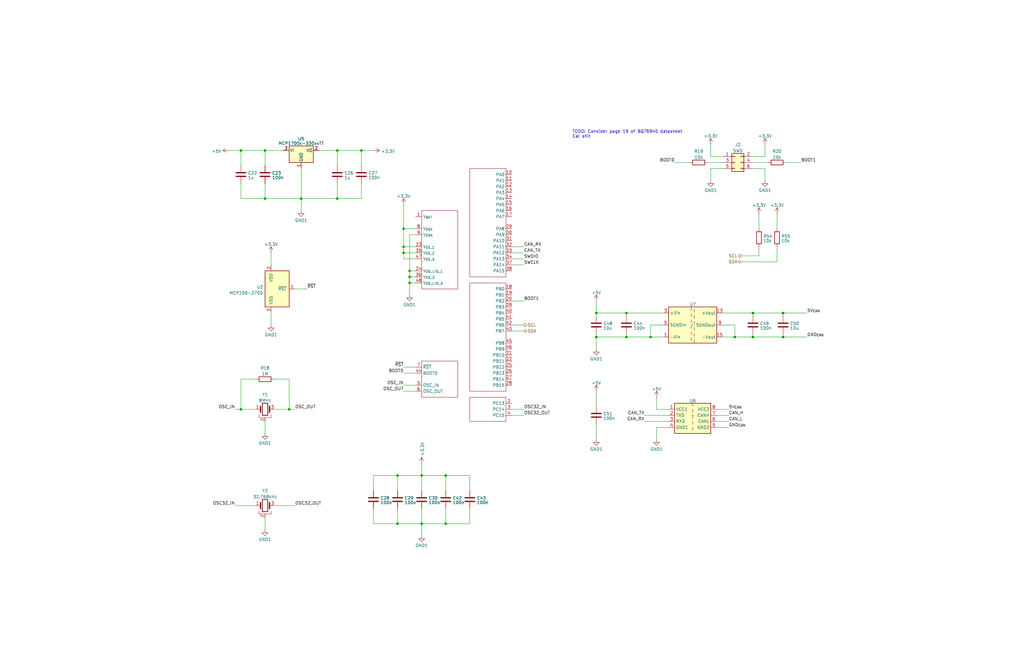
<source format=kicad_sch>
(kicad_sch (version 20230121) (generator eeschema)
  (paper "B")
  (lib_symbols
    (symbol "Connector_Generic:Conn_02x03_Odd_Even" (pin_names (offset 1.016) hide)
      (property "Reference" "J" (at 1.27 5.08 0))
      (property "Value" "Conn_02x03_Odd_Even" (at 1.27 -5.08 0))
      (symbol "Conn_02x03_Odd_Even_1_1"
        (rectangle (start -1.27 -2.413) (end 0 -2.667) (stroke (width 0.1524)))
        (rectangle (start -1.27 0.127) (end 0 -0.127) (stroke (width 0.1524)))
        (rectangle (start -1.27 2.667) (end 0 2.413) (stroke (width 0.1524)))
        (rectangle (start -1.27 3.81) (end 3.81 -3.81) (stroke (width 0.254)) (fill (type background)))
        (rectangle (start 3.81 -2.413) (end 2.54 -2.667) (stroke (width 0.1524)))
        (rectangle (start 3.81 0.127) (end 2.54 -0.127) (stroke (width 0.1524)))
        (rectangle (start 3.81 2.667) (end 2.54 2.413) (stroke (width 0.1524)))
        (pin passive line (at -5.08 2.54 0) (length 3.81) (name "Pin_1") (number "1"))
        (pin passive line (at 7.62 2.54 180) (length 3.81) (name "Pin_2") (number "2"))
        (pin passive line (at -5.08 0 0) (length 3.81) (name "Pin_3") (number "3"))
        (pin passive line (at 7.62 0 180) (length 3.81) (name "Pin_4") (number "4"))
        (pin passive line (at -5.08 -2.54 0) (length 3.81) (name "Pin_5") (number "5"))
        (pin passive line (at 7.62 -2.54 180) (length 3.81) (name "Pin_6") (number "6"))
      )
    )
    (symbol "Device:C" (pin_numbers hide) (pin_names (offset 0.254))
      (property "Reference" "C" (at 0.635 2.54 0))
      (property "Value" "C" (at 0.635 -2.54 0))
      (symbol "C_0_1"
        (polyline (pts (xy -2.032 -0.762) (xy 2.032 -0.762)) (stroke (width 0.508)))
        (polyline (pts (xy -2.032 0.762) (xy 2.032 0.762)) (stroke (width 0.508)))
      )
      (symbol "C_1_1"
        (pin passive line (at 0 3.81 270) (length 2.794) (name "~") (number "1"))
        (pin passive line (at 0 -3.81 90) (length 2.794) (name "~") (number "2"))
      )
    )
    (symbol "Device:Crystal_GND2" (pin_names (offset 1.016) hide)
      (property "Reference" "Y" (at 0 5.715 0))
      (property "Value" "Crystal_GND2" (at 0 3.81 0))
      (symbol "Crystal_GND2_0_1"
        (rectangle (start -1.143 2.54) (end 1.143 -2.54) (stroke (width 0.3048)))
        (polyline (pts (xy -2.54 0) (xy -1.905 0)))
        (polyline (pts (xy -1.905 -1.27) (xy -1.905 1.27)) (stroke (width 0.508)))
        (polyline (pts (xy 0 -3.81) (xy 0 -3.556)))
        (polyline (pts (xy 1.905 0) (xy 2.54 0)))
        (polyline (pts (xy 1.905 1.27) (xy 1.905 -1.27)) (stroke (width 0.508)))
        (polyline (pts (xy -2.54 -2.286) (xy -2.54 -3.556) (xy 2.54 -3.556) (xy 2.54 -2.286)))
      )
      (symbol "Crystal_GND2_1_1"
        (pin passive line (at -3.81 0 0) (length 1.27) (name "1") (number "1"))
        (pin passive line (at 0 -5.08 90) (length 1.27) (name "2") (number "2"))
        (pin passive line (at 3.81 0 180) (length 1.27) (name "3") (number "3"))
      )
    )
    (symbol "Device:R" (pin_numbers hide) (pin_names (offset 0))
      (property "Reference" "R" (at 2.032 0 90))
      (property "Value" "R" (at 0 0 90))
      (symbol "R_0_1"
        (rectangle (start -1.016 -2.54) (end 1.016 2.54) (stroke (width 0.254)))
      )
      (symbol "R_1_1"
        (pin passive line (at 0 3.81 270) (length 1.27) (name "~") (number "1"))
        (pin passive line (at 0 -3.81 90) (length 1.27) (name "~") (number "2"))
      )
    )
    (symbol "Power_Supervisor:MCP100-270D" (pin_names (offset 1.016))
      (property "Reference" "U" (at 0 8.89 0))
      (property "Value" "MCP100-270D" (at -1.27 -8.89 0))
      (symbol "MCP100-270D_1_1"
        (rectangle (start -5.08 7.62) (end 5.08 -7.62) (stroke (width 0.254)) (fill (type background)))
        (pin output line (at 7.62 0 180) (length 2.54) (name "~{RST}") (number "1"))
        (pin power_in line (at -2.54 10.16 270) (length 2.54) (name "VDD") (number "2"))
        (pin power_in line (at -2.54 -10.16 90) (length 2.54) (name "VSS") (number "3"))
      )
    )
    (symbol "Regulator_Linear:MCP1700x-330xxTT" (pin_names (offset 0.254))
      (property "Reference" "U" (at -3.81 3.175 0))
      (property "Value" "MCP1700x-330xxTT" (at 0 3.175 0))
      (symbol "MCP1700x-330xxTT_0_1"
        (rectangle (start -5.08 1.905) (end 5.08 -5.08) (stroke (width 0.254)) (fill (type background)))
      )
      (symbol "MCP1700x-330xxTT_1_1"
        (pin power_in line (at 0 -7.62 90) (length 2.54) (name "GND") (number "1"))
        (pin power_out line (at 7.62 0 180) (length 2.54) (name "VO") (number "2"))
        (pin power_in line (at -7.62 0 0) (length 2.54) (name "VI") (number "3"))
      )
    )
    (symbol "power:+3.3V" (power) (pin_names (offset 0))
      (property "Value" "+3.3V" (at 0 3.556 0))
      (symbol "+3.3V_0_1"
        (polyline (pts (xy -0.762 1.27) (xy 0 2.54)))
        (polyline (pts (xy 0 0) (xy 0 2.54)))
        (polyline (pts (xy 0 2.54) (xy 0.762 1.27)))
      )
      (symbol "+3.3V_1_1"
        (pin power_in line (at 0 0 90) (length 0) hide (name "+3.3V") (number "1"))
      )
    )
    (symbol "power:+5V" (power) (pin_names (offset 0))
      (property "Value" "+5V" (at 0 3.556 0))
      (symbol "+5V_0_1"
        (polyline (pts (xy -0.762 1.27) (xy 0 2.54)))
        (polyline (pts (xy 0 0) (xy 0 2.54)))
        (polyline (pts (xy 0 2.54) (xy 0.762 1.27)))
      )
      (symbol "+5V_1_1"
        (pin power_in line (at 0 0 90) (length 0) hide (name "+5V") (number "1"))
      )
    )
    (symbol "power:GND1" (power) (pin_names (offset 0))
      (property "Value" "GND1" (at 0 -3.81 0))
      (symbol "GND1_0_1"
        (polyline (pts (xy 0 0) (xy 0 -1.27) (xy 1.27 -1.27) (xy 0 -2.54) (xy -1.27 -1.27) (xy 0 -1.27)))
      )
      (symbol "GND1_1_1"
        (pin power_in line (at 0 0 270) (length 0) hide (name "GND1") (number "1"))
      )
    )
    (symbol "qtech:CH32V203CxT6"
      (symbol "CH32V203CxT6_1_1"
        (rectangle (start -7.62 22.86) (end 7.62 -22.86) (stroke (width 0.1524)))
        (pin input line (at 10.16 20.32 180) (length 2.54) (name "PA0") (number "10"))
        (pin input line (at 10.16 17.78 180) (length 2.54) (name "PA1") (number "11"))
        (pin input line (at 10.16 15.24 180) (length 2.54) (name "PA2") (number "12"))
        (pin input line (at 10.16 12.7 180) (length 2.54) (name "PA3") (number "13"))
        (pin input line (at 10.16 10.16 180) (length 2.54) (name "PA4") (number "14"))
        (pin input line (at 10.16 7.62 180) (length 2.54) (name "PA5") (number "15"))
        (pin input line (at 10.16 5.08 180) (length 2.54) (name "PA6") (number "16"))
        (pin input line (at 10.16 2.54 180) (length 2.54) (name "PA7") (number "17"))
        (pin input line (at 10.16 -2.54 180) (length 2.54) (name "PA8") (number "29"))
        (pin input line (at 10.16 -5.08 180) (length 2.54) (name "PA9") (number "30"))
        (pin input line (at 10.16 -7.62 180) (length 2.54) (name "PA10") (number "31"))
        (pin input line (at 10.16 -10.16 180) (length 2.54) (name "PA11") (number "32"))
        (pin input line (at 10.16 -12.7 180) (length 2.54) (name "PA12") (number "33"))
        (pin input line (at 10.16 -15.24 180) (length 2.54) (name "PA13") (number "34"))
        (pin input line (at 10.16 -17.78 180) (length 2.54) (name "PA14") (number "37"))
        (pin input line (at 10.16 -20.32 180) (length 2.54) (name "PA15") (number "38"))
      )
      (symbol "CH32V203CxT6_2_1"
        (rectangle (start -7.62 22.86) (end 7.62 -22.86) (stroke (width 0.1524)))
        (pin input line (at 10.16 20.32 180) (length 2.54) (name "PB0") (number "18"))
        (pin input line (at 10.16 17.78 180) (length 2.54) (name "PB1") (number "19"))
        (pin input line (at 10.16 15.24 180) (length 2.54) (name "PB2") (number "20"))
        (pin input line (at 10.16 -7.62 180) (length 2.54) (name "PB10") (number "21"))
        (pin input line (at 10.16 -10.16 180) (length 2.54) (name "PB11") (number "22"))
        (pin input line (at 10.16 -12.7 180) (length 2.54) (name "PB12") (number "25"))
        (pin input line (at 10.16 -15.24 180) (length 2.54) (name "PB13") (number "26"))
        (pin input line (at 10.16 -17.78 180) (length 2.54) (name "PB14") (number "27"))
        (pin input line (at 10.16 -20.32 180) (length 2.54) (name "PB15") (number "28"))
        (pin input line (at 10.16 12.7 180) (length 2.54) (name "PB3") (number "39"))
        (pin input line (at 10.16 10.16 180) (length 2.54) (name "PB4") (number "40"))
        (pin input line (at 10.16 7.62 180) (length 2.54) (name "PB5") (number "41"))
        (pin input line (at 10.16 5.08 180) (length 2.54) (name "PB6") (number "42"))
        (pin input line (at 10.16 2.54 180) (length 2.54) (name "PB7") (number "43"))
        (pin input line (at 10.16 -2.54 180) (length 2.54) (name "PB8") (number "45"))
        (pin input line (at 10.16 -5.08 180) (length 2.54) (name "PB9") (number "46"))
      )
      (symbol "CH32V203CxT6_3_1"
        (rectangle (start -7.62 5.08) (end 7.62 -5.08) (stroke (width 0.1524)))
        (pin input line (at 10.16 2.54 180) (length 2.54) (name "PC13") (number "2"))
        (pin input line (at 10.16 0 180) (length 2.54) (name "PC14") (number "3"))
        (pin input line (at 10.16 -2.54 180) (length 2.54) (name "PC15") (number "4"))
      )
      (symbol "CH32V203CxT6_4_1"
        (rectangle (start -7.62 7.62) (end 7.62 -7.62) (stroke (width 0.1524)))
        (pin input line (at -10.16 2.54 0) (length 2.54) (name "BOOT0") (number "44"))
        (pin input line (at -10.16 -2.54 0) (length 2.54) (name "OSC_IN") (number "5"))
        (pin input line (at -10.16 -5.08 0) (length 2.54) (name "OSC_OUT") (number "6"))
        (pin input line (at -10.16 5.08 0) (length 2.54) (name "~{RST}") (number "7"))
      )
      (symbol "CH32V203CxT6_5_1"
        (rectangle (start -7.62 17.78) (end 7.62 -15.24) (stroke (width 0.1524)))
        (pin input line (at -10.16 15.24 0) (length 2.54) (name "V_{BAT}") (number "1"))
        (pin input line (at -10.16 2.54 0) (length 2.54) (name "V_{SS_1}") (number "23"))
        (pin input line (at -10.16 -7.62 0) (length 2.54) (name "V_{DD_I/O_1}") (number "24"))
        (pin input line (at -10.16 0 0) (length 2.54) (name "V_{SS_2}") (number "35"))
        (pin input line (at -10.16 -10.16 0) (length 2.54) (name "V_{DD_2}") (number "36"))
        (pin input line (at -10.16 -2.54 0) (length 2.54) (name "V_{SS_3}") (number "47"))
        (pin input line (at -10.16 -12.7 0) (length 2.54) (name "V_{DD_I/O_3}") (number "48"))
        (pin input line (at -10.16 10.16 0) (length 2.54) (name "V_{SSA}") (number "8"))
        (pin input line (at -10.16 7.62 0) (length 2.54) (name "V_{DDA}") (number "9"))
      )
    )
    (symbol "qtech:ISO1044"
      (property "Reference" "U" (at -6.35 6.35 0))
      (symbol "ISO1044_0_1"
        (rectangle (start -7.62 5.08) (end 7.62 -7.62) (stroke (width 0.254)) (fill (type background)))
        (polyline (pts (xy 0 -5.08) (xy 0 -6.35)))
        (polyline (pts (xy 0 -2.54) (xy 0 -3.81)))
        (polyline (pts (xy 0 0) (xy 0 -1.27)))
        (polyline (pts (xy 0 2.54) (xy 0 1.27)))
        (polyline (pts (xy 0 5.08) (xy 0 3.81)))
      )
      (symbol "ISO1044_1_1"
        (pin power_in line (at -10.16 2.54 0) (length 2.54) (name "VCC1") (number "1"))
        (pin input line (at -10.16 0 0) (length 2.54) (name "TXD") (number "2"))
        (pin output line (at -10.16 -2.54 0) (length 2.54) (name "RXD") (number "3"))
        (pin power_in line (at -10.16 -5.08 0) (length 2.54) (name "GND1") (number "4"))
        (pin power_in line (at 10.16 -5.08 180) (length 2.54) (name "GND2") (number "5"))
        (pin bidirectional line (at 10.16 -2.54 180) (length 2.54) (name "CANL") (number "6"))
        (pin bidirectional line (at 10.16 0 180) (length 2.54) (name "CANH") (number "7"))
        (pin power_in line (at 10.16 2.54 180) (length 2.54) (name "VCC2") (number "8"))
      )
    )
    (symbol "qtech:RxxCTExxS"
      (property "Reference" "U" (at -8.89 8.89 0))
      (symbol "RxxCTExxS_0_1"
        (rectangle (start -10.16 7.62) (end 10.16 -7.62) (stroke (width 0.254)) (fill (type background)))
        (polyline (pts (xy -0.635 -5.334) (xy -0.635 -6.604)))
        (polyline (pts (xy -0.635 -2.794) (xy -0.635 -4.064)))
        (polyline (pts (xy -0.635 -0.254) (xy -0.635 -1.524)))
        (polyline (pts (xy -0.635 2.286) (xy -0.635 1.016)))
        (polyline (pts (xy -0.635 4.826) (xy -0.635 3.556)))
        (polyline (pts (xy -0.635 7.366) (xy -0.635 6.096)))
        (polyline (pts (xy 0.635 -7.366) (xy 0.635 -6.096)))
        (polyline (pts (xy 0.635 -4.826) (xy 0.635 -3.556)))
        (polyline (pts (xy 0.635 -2.286) (xy 0.635 -1.016)))
        (polyline (pts (xy 0.635 0.254) (xy 0.635 1.524)))
        (polyline (pts (xy 0.635 2.794) (xy 0.635 4.064)))
        (polyline (pts (xy 0.635 5.334) (xy 0.635 6.604)))
      )
      (symbol "RxxCTExxS_1_1"
        (pin power_in line (at -12.7 -5.08 0) (length 2.54) (name "-Vin") (number "1"))
        (pin no_connect line (at 12.7 12.7 180) (length 2.54) hide (name "TM") (number "10"))
        (pin unspecified line (at 12.7 0 180) (length 2.54) hide (name "SGNDout") (number "11"))
        (pin unspecified line (at 12.7 0 180) (length 2.54) hide (name "SGNDout") (number "12"))
        (pin power_out line (at 12.7 5.08 180) (length 2.54) (name "+Vout") (number "13"))
        (pin unspecified line (at 12.7 5.08 180) (length 2.54) hide (name "+Vout") (number "14"))
        (pin power_out line (at 12.7 -5.08 180) (length 2.54) (name "-Vout") (number "15"))
        (pin unspecified line (at 12.7 -5.08 180) (length 2.54) hide (name "-Vout") (number "16"))
        (pin power_in line (at -12.7 -5.08 0) (length 2.54) hide (name "-Vin") (number "2"))
        (pin power_in line (at -12.7 5.08 0) (length 2.54) (name "+Vin") (number "3"))
        (pin power_in line (at -12.7 5.08 0) (length 2.54) hide (name "+Vin") (number "4"))
        (pin power_in line (at -12.7 0 0) (length 2.54) (name "SGNDin") (number "5"))
        (pin unspecified line (at -12.7 0 0) (length 2.54) hide (name "SGNDin") (number "6"))
        (pin unspecified line (at -12.7 0 0) (length 2.54) hide (name "SGNDin") (number "7"))
        (pin unspecified line (at -12.7 0 0) (length 2.54) hide (name "SGNDin") (number "8"))
        (pin power_out line (at 12.7 0 180) (length 2.54) (name "SGNDout") (number "9"))
      )
    )
  )
  (junction (at 127 83.82))
  (junction (at 309.88 142.24))
  (junction (at 177.8 220.98))
  (junction (at 264.16 142.24))
  (junction (at 142.24 63.5))
  (junction (at 172.72 116.84))
  (junction (at 264.16 132.08))
  (junction (at 251.46 132.08))
  (junction (at 330.2 142.24))
  (junction (at 330.2 132.08))
  (junction (at 170.18 104.14))
  (junction (at 187.96 220.98))
  (junction (at 317.5 132.08))
  (junction (at 177.8 200.66))
  (junction (at 167.64 220.98))
  (junction (at 142.24 83.82))
  (junction (at 170.18 96.52))
  (junction (at 152.4 63.5))
  (junction (at 172.72 119.38))
  (junction (at 111.76 83.82))
  (junction (at 101.6 63.5))
  (junction (at 111.76 63.5))
  (junction (at 101.6 172.72))
  (junction (at 317.5 142.24))
  (junction (at 172.72 114.3))
  (junction (at 121.92 172.72))
  (junction (at 167.64 200.66))
  (junction (at 251.46 142.24))
  (junction (at 187.96 200.66))
  (junction (at 170.18 106.68))
  (junction (at 274.32 142.24))
  (wire (pts (xy 152.4 69.85) (xy 152.4 63.5)))
  (wire (pts (xy 317.5 142.24) (xy 330.2 142.24)))
  (wire (pts (xy 115.57 213.36) (xy 124.46 213.36)))
  (wire (pts (xy 142.24 77.47) (xy 142.24 83.82)))
  (wire (pts (xy 309.88 137.16) (xy 309.88 142.24)))
  (wire (pts (xy 299.72 60.96) (xy 299.72 66.04)))
  (wire (pts (xy 304.8 142.24) (xy 309.88 142.24)))
  (wire (pts (xy 187.96 220.98) (xy 187.96 214.63)))
  (wire (pts (xy 281.94 177.8) (xy 271.78 177.8)))
  (wire (pts (xy 302.26 172.72) (xy 307.34 172.72)))
  (wire (pts (xy 317.5 132.08) (xy 330.2 132.08)))
  (wire (pts (xy 115.57 172.72) (xy 121.92 172.72)))
  (wire (pts (xy 327.66 90.17) (xy 327.66 96.52)))
  (wire (pts (xy 281.94 175.26) (xy 271.78 175.26)))
  (wire (pts (xy 198.12 220.98) (xy 198.12 214.63)))
  (wire (pts (xy 327.66 104.14) (xy 327.66 110.49)))
  (wire (pts (xy 172.72 119.38) (xy 172.72 116.84)))
  (wire (pts (xy 279.4 137.16) (xy 274.32 137.16)))
  (wire (pts (xy 312.42 110.49) (xy 327.66 110.49)))
  (wire (pts (xy 220.98 172.72) (xy 215.9 172.72)))
  (wire (pts (xy 309.88 142.24) (xy 317.5 142.24)))
  (wire (pts (xy 170.18 165.1) (xy 175.26 165.1)))
  (wire (pts (xy 172.72 116.84) (xy 175.26 116.84)))
  (wire (pts (xy 298.45 68.58) (xy 304.8 68.58)))
  (wire (pts (xy 304.8 132.08) (xy 317.5 132.08)))
  (wire (pts (xy 111.76 63.5) (xy 119.38 63.5)))
  (wire (pts (xy 337.82 68.58) (xy 331.47 68.58)))
  (wire (pts (xy 170.18 96.52) (xy 170.18 104.14)))
  (wire (pts (xy 152.4 83.82) (xy 152.4 77.47)))
  (wire (pts (xy 167.64 200.66) (xy 167.64 207.01)))
  (wire (pts (xy 167.64 214.63) (xy 167.64 220.98)))
  (wire (pts (xy 304.8 66.04) (xy 299.72 66.04)))
  (wire (pts (xy 111.76 63.5) (xy 111.76 69.85)))
  (wire (pts (xy 198.12 200.66) (xy 187.96 200.66)))
  (wire (pts (xy 172.72 114.3) (xy 175.26 114.3)))
  (wire (pts (xy 170.18 157.48) (xy 175.26 157.48)))
  (wire (pts (xy 170.18 104.14) (xy 170.18 106.68)))
  (wire (pts (xy 302.26 177.8) (xy 307.34 177.8)))
  (wire (pts (xy 157.48 214.63) (xy 157.48 220.98)))
  (wire (pts (xy 170.18 162.56) (xy 175.26 162.56)))
  (wire (pts (xy 251.46 165.1) (xy 251.46 171.45)))
  (wire (pts (xy 317.5 132.08) (xy 317.5 133.35)))
  (wire (pts (xy 330.2 140.97) (xy 330.2 142.24)))
  (wire (pts (xy 101.6 77.47) (xy 101.6 83.82)))
  (wire (pts (xy 172.72 99.06) (xy 175.26 99.06)))
  (wire (pts (xy 177.8 220.98) (xy 177.8 226.06)))
  (wire (pts (xy 99.06 213.36) (xy 107.95 213.36)))
  (wire (pts (xy 330.2 132.08) (xy 330.2 133.35)))
  (wire (pts (xy 251.46 127) (xy 251.46 132.08)))
  (wire (pts (xy 114.3 106.68) (xy 114.3 111.76)))
  (wire (pts (xy 276.86 180.34) (xy 281.94 180.34)))
  (wire (pts (xy 187.96 220.98) (xy 198.12 220.98)))
  (wire (pts (xy 101.6 172.72) (xy 107.95 172.72)))
  (wire (pts (xy 215.9 137.16) (xy 220.98 137.16)))
  (wire (pts (xy 167.64 220.98) (xy 177.8 220.98)))
  (wire (pts (xy 172.72 119.38) (xy 172.72 124.46)))
  (wire (pts (xy 101.6 172.72) (xy 101.6 160.02)))
  (wire (pts (xy 121.92 172.72) (xy 124.46 172.72)))
  (wire (pts (xy 276.86 185.42) (xy 276.86 180.34)))
  (wire (pts (xy 172.72 114.3) (xy 172.72 99.06)))
  (wire (pts (xy 167.64 200.66) (xy 177.8 200.66)))
  (wire (pts (xy 264.16 132.08) (xy 264.16 133.35)))
  (wire (pts (xy 177.8 214.63) (xy 177.8 220.98)))
  (wire (pts (xy 152.4 63.5) (xy 157.48 63.5)))
  (wire (pts (xy 111.76 77.47) (xy 111.76 83.82)))
  (wire (pts (xy 157.48 200.66) (xy 157.48 207.01)))
  (wire (pts (xy 317.5 66.04) (xy 322.58 66.04)))
  (wire (pts (xy 198.12 207.01) (xy 198.12 200.66)))
  (wire (pts (xy 302.26 180.34) (xy 307.34 180.34)))
  (wire (pts (xy 96.52 63.5) (xy 101.6 63.5)))
  (wire (pts (xy 220.98 127) (xy 215.9 127)))
  (wire (pts (xy 215.9 104.14) (xy 220.98 104.14)))
  (wire (pts (xy 101.6 63.5) (xy 101.6 69.85)))
  (wire (pts (xy 177.8 220.98) (xy 187.96 220.98)))
  (wire (pts (xy 142.24 63.5) (xy 152.4 63.5)))
  (wire (pts (xy 111.76 218.44) (xy 111.76 223.52)))
  (wire (pts (xy 215.9 111.76) (xy 220.98 111.76)))
  (wire (pts (xy 299.72 71.12) (xy 299.72 76.2)))
  (wire (pts (xy 170.18 106.68) (xy 170.18 109.22)))
  (wire (pts (xy 251.46 140.97) (xy 251.46 142.24)))
  (wire (pts (xy 330.2 132.08) (xy 340.36 132.08)))
  (wire (pts (xy 317.5 140.97) (xy 317.5 142.24)))
  (wire (pts (xy 170.18 96.52) (xy 175.26 96.52)))
  (wire (pts (xy 251.46 132.08) (xy 264.16 132.08)))
  (wire (pts (xy 264.16 140.97) (xy 264.16 142.24)))
  (wire (pts (xy 220.98 175.26) (xy 215.9 175.26)))
  (wire (pts (xy 317.5 71.12) (xy 322.58 71.12)))
  (wire (pts (xy 323.85 68.58) (xy 317.5 68.58)))
  (wire (pts (xy 274.32 137.16) (xy 274.32 142.24)))
  (wire (pts (xy 279.4 132.08) (xy 264.16 132.08)))
  (wire (pts (xy 304.8 71.12) (xy 299.72 71.12)))
  (wire (pts (xy 274.32 142.24) (xy 279.4 142.24)))
  (wire (pts (xy 251.46 142.24) (xy 264.16 142.24)))
  (wire (pts (xy 99.06 172.72) (xy 101.6 172.72)))
  (wire (pts (xy 251.46 179.07) (xy 251.46 185.42)))
  (wire (pts (xy 167.64 200.66) (xy 157.48 200.66)))
  (wire (pts (xy 177.8 200.66) (xy 177.8 207.01)))
  (wire (pts (xy 304.8 137.16) (xy 309.88 137.16)))
  (wire (pts (xy 124.46 121.92) (xy 129.54 121.92)))
  (wire (pts (xy 187.96 207.01) (xy 187.96 200.66)))
  (wire (pts (xy 175.26 154.94) (xy 170.18 154.94)))
  (wire (pts (xy 101.6 63.5) (xy 111.76 63.5)))
  (wire (pts (xy 320.04 104.14) (xy 320.04 107.95)))
  (wire (pts (xy 276.86 172.72) (xy 281.94 172.72)))
  (wire (pts (xy 284.48 68.58) (xy 290.83 68.58)))
  (wire (pts (xy 142.24 63.5) (xy 142.24 69.85)))
  (wire (pts (xy 127 83.82) (xy 142.24 83.82)))
  (wire (pts (xy 215.9 139.7) (xy 220.98 139.7)))
  (wire (pts (xy 142.24 83.82) (xy 152.4 83.82)))
  (wire (pts (xy 251.46 142.24) (xy 251.46 147.32)))
  (wire (pts (xy 215.9 106.68) (xy 220.98 106.68)))
  (wire (pts (xy 322.58 71.12) (xy 322.58 76.2)))
  (wire (pts (xy 115.57 160.02) (xy 121.92 160.02)))
  (wire (pts (xy 111.76 83.82) (xy 127 83.82)))
  (wire (pts (xy 274.32 142.24) (xy 264.16 142.24)))
  (wire (pts (xy 251.46 132.08) (xy 251.46 133.35)))
  (wire (pts (xy 170.18 106.68) (xy 175.26 106.68)))
  (wire (pts (xy 101.6 83.82) (xy 111.76 83.82)))
  (wire (pts (xy 276.86 167.64) (xy 276.86 172.72)))
  (wire (pts (xy 170.18 109.22) (xy 175.26 109.22)))
  (wire (pts (xy 215.9 109.22) (xy 220.98 109.22)))
  (wire (pts (xy 330.2 142.24) (xy 340.36 142.24)))
  (wire (pts (xy 134.62 63.5) (xy 142.24 63.5)))
  (wire (pts (xy 172.72 116.84) (xy 172.72 114.3)))
  (wire (pts (xy 157.48 220.98) (xy 167.64 220.98)))
  (wire (pts (xy 302.26 175.26) (xy 307.34 175.26)))
  (wire (pts (xy 114.3 132.08) (xy 114.3 137.16)))
  (wire (pts (xy 121.92 160.02) (xy 121.92 172.72)))
  (wire (pts (xy 187.96 200.66) (xy 177.8 200.66)))
  (wire (pts (xy 111.76 177.8) (xy 111.76 182.88)))
  (wire (pts (xy 322.58 60.96) (xy 322.58 66.04)))
  (wire (pts (xy 170.18 86.36) (xy 170.18 96.52)))
  (wire (pts (xy 127 83.82) (xy 127 88.9)))
  (wire (pts (xy 312.42 107.95) (xy 320.04 107.95)))
  (wire (pts (xy 101.6 160.02) (xy 107.95 160.02)))
  (wire (pts (xy 320.04 90.17) (xy 320.04 96.52)))
  (wire (pts (xy 170.18 104.14) (xy 175.26 104.14)))
  (wire (pts (xy 172.72 119.38) (xy 175.26 119.38)))
  (wire (pts (xy 177.8 195.58) (xy 177.8 200.66)))
  (wire (pts (xy 127 71.12) (xy 127 83.82)))
  (text "TODO: Consider page 19 of BQ76940 datasheet\nCal shit" (at 241.3 58.42 0) (effects (font (size 1.27 1.27)) (justify left bottom)))
  (label "OSC32_IN" (at 99.06 213.36 180))
  (label "OSC32_OUT" (at 124.46 213.36 0))
  (label "5V_{CAN}" (at 340.36 132.08 0))
  (label "OSC_IN" (at 170.18 162.56 180))
  (label "OSC_IN" (at 99.06 172.72 180))
  (label "CAN_H" (at 307.34 175.26 0))
  (label "5V_{CAN}" (at 307.34 172.72 0))
  (label "OSC_OUT" (at 170.18 165.1 180))
  (label "CAN_RX" (at 271.78 177.8 180))
  (label "SWCLK" (at 220.98 111.76 0))
  (label "BOOT1" (at 220.98 127 0))
  (label "OSC32_OUT" (at 220.98 175.26 0))
  (label "~{RST}" (at 170.18 154.94 180))
  (label "~{RST}" (at 129.54 121.92 0))
  (label "GND_{CAN}" (at 340.36 142.24 0))
  (label "BOOT1" (at 337.82 68.58 0))
  (label "BOOT0" (at 170.18 157.48 180))
  (label "SWDIO" (at 220.98 109.22 0))
  (label "BOOT0" (at 284.48 68.58 180))
  (label "OSC32_IN" (at 220.98 172.72 0))
  (label "CAN_TX" (at 271.78 175.26 180))
  (label "CAN_RX" (at 220.98 104.14 0))
  (label "OSC_OUT" (at 124.46 172.72 0))
  (label "CAN_TX" (at 220.98 106.68 0))
  (label "CAN_L" (at 307.34 177.8 0))
  (label "GND_{CAN}" (at 307.34 180.34 0))
  (hierarchical_label "SCL" (shape output) (at 220.98 137.16 0))
  (hierarchical_label "SCL" (shape output) (at 312.42 107.95 180))
  (hierarchical_label "SDA" (shape bidirectional) (at 312.42 110.49 180))
  (hierarchical_label "SDA" (shape bidirectional) (at 220.98 139.7 0))
  (symbol (lib_id "Device:R") (at 294.64 68.58 90) (unit 1)
    (property "Reference" "R19" (at 294.64 63.8642 90))
    (property "Value" "10k" (at 294.64 66.4011 90))
    (property "Footprint" "Resistor_SMD:R_0603_1608Metric" (effects hide))
  )
  (symbol (lib_id "qtech:CH32V203CxT6") (at 205.74 93.98 0) (unit 1)
    (property "Reference" "U3" (effects hide))
    (property "Value" "CH32V203CxT6" (effects hide))
    (property "Footprint" "Package_QFP:LQFP-48_7x7mm_P0.5mm" (effects hide))
    (property "Datasheet" "http://www.wch-ic.com/downloads/file/354.html" (effects hide))
  )
  (symbol (lib_id "power:GND1") (at 127 88.9 0) (unit 1)
    (property "Reference" "#PWR010" (effects hide))
    (property "Value" "GND1" (at 127 93.0355 0))
    (instances (project "bms" (path "" (reference "#PWR010") (unit 1)) (path "" (reference "#PWR020") (unit 1))))
  )
  (symbol (lib_id "Device:C") (at 251.46 175.26 0) (unit 1)
    (property "Reference" "C51" (at 254.381 174.6163 0) (effects (justify left)))
    (property "Value" "100n" (at 254.381 176.5373 0) (effects (justify left)))
  )
  (symbol (lib_id "Device:C") (at 251.46 137.16 0) (unit 1)
    (property "Reference" "C48" (at 254.381 136.5163 0) (effects (justify left)))
    (property "Value" "10u" (at 254.381 138.4373 0) (effects (justify left)))
  )
  (symbol (lib_id "Device:R") (at 327.66 100.33 180) (unit 1)
    (property "Reference" "R55" (at 329.438 99.6863 0) (effects (justify right)))
    (property "Value" "10k" (at 329.438 101.6073 0) (effects (justify right)))
    (property "Footprint" "Resistor_SMD:R_0603_1608Metric" (effects hide))
  )
  (symbol (lib_id "power:GND1") (at 251.46 147.32 0) (unit 1)
    (property "Reference" "#PWR010" (effects hide))
    (property "Value" "GND1" (at 251.46 151.4555 0))
    (instances (project "bms" (path "" (reference "#PWR010") (unit 1)) (path "" (reference "#PWR043") (unit 1))))
  )
  (symbol (lib_id "Device:C") (at 167.64 210.82 0) (unit 1)
    (property "Reference" "C29" (at 170.561 210.1763 0) (effects (justify left)))
    (property "Value" "100n" (at 170.561 212.0973 0) (effects (justify left)))
  )
  (symbol (lib_id "qtech:CH32V203CxT6") (at 205.74 142.24 0) (unit 2)
    (property "Reference" "U3" (effects hide))
    (property "Value" "CH32V203CxT6" (effects hide))
    (property "Footprint" "Package_QFP:LQFP-48_7x7mm_P0.5mm" (effects hide))
    (property "Datasheet" "http://www.wch-ic.com/downloads/file/354.html" (effects hide))
  )
  (symbol (lib_id "Regulator_Linear:MCP1700x-330xxTT") (at 127 63.5 0) (unit 1)
    (property "Reference" "U5" (at 127 58.5851 0))
    (property "Value" "MCP1700x-330xxTT" (at 127 60.5061 0))
    (property "Footprint" "Package_TO_SOT_SMD:SOT-23" (effects hide))
    (property "Datasheet" "http://ww1.microchip.com/downloads/en/DeviceDoc/20001826D.pdf" (effects hide))
  )
  (symbol (lib_id "power:GND1") (at 299.72 76.2 0) (unit 1)
    (property "Reference" "#PWR010" (effects hide))
    (property "Value" "GND1" (at 299.72 80.3355 0))
    (instances (project "bms" (path "" (reference "#PWR010") (unit 1)) (path "" (reference "#PWR022") (unit 1))))
  )
  (symbol (lib_id "qtech:CH32V203CxT6") (at 185.42 106.68 0) (unit 5)
    (property "Reference" "U3" (effects hide))
    (property "Value" "CH32V203CxT6" (effects hide))
    (property "Footprint" "Package_QFP:LQFP-48_7x7mm_P0.5mm" (effects hide))
    (property "Datasheet" "http://www.wch-ic.com/downloads/file/354.html" (effects hide))
  )
  (symbol (lib_id "Device:C") (at 142.24 73.66 0) (unit 1)
    (property "Reference" "C26" (at 145.161 73.0163 0) (effects (justify left)))
    (property "Value" "1u" (at 145.161 74.9373 0) (effects (justify left)))
  )
  (symbol (lib_id "power:+5V") (at 251.46 165.1 0) (unit 1)
    (property "Reference" "#PWR01" (effects hide))
    (property "Value" "+5V" (at 251.46 161.5981 0))
    (instances (project "bms" (path "" (reference "#PWR01") (unit 1)) (path "" (reference "#PWR040") (unit 1))))
  )
  (symbol (lib_id "Device:C") (at 152.4 73.66 0) (unit 1)
    (property "Reference" "C27" (at 155.321 73.0163 0) (effects (justify left)))
    (property "Value" "100n" (at 155.321 74.9373 0) (effects (justify left)))
  )
  (symbol (lib_id "qtech:CH32V203CxT6") (at 185.42 160.02 0) (unit 4)
    (property "Reference" "U3" (effects hide))
    (property "Value" "CH32V203CxT6" (effects hide))
    (property "Footprint" "Package_QFP:LQFP-48_7x7mm_P0.5mm" (effects hide))
    (property "Datasheet" "http://www.wch-ic.com/downloads/file/354.html" (effects hide))
  )
  (symbol (lib_id "power:+3.3V") (at 177.8 195.58 0) (unit 1)
    (property "Reference" "#PWR036" (effects hide))
    (property "Value" "+3.3V" (at 178.1168 192.405 90) (effects (justify left)))
  )
  (symbol (lib_id "power:GND1") (at 177.8 226.06 0) (unit 1)
    (property "Reference" "#PWR010" (effects hide))
    (property "Value" "GND1" (at 177.8 230.1955 0))
    (instances (project "bms" (path "" (reference "#PWR010") (unit 1)) (path "" (reference "#PWR015") (unit 1))))
  )
  (symbol (lib_id "power:+3.3V") (at 157.48 63.5 270) (unit 1)
    (property "Reference" "#PWR030" (effects hide))
    (property "Value" "+3.3V" (at 160.655 63.8168 90) (effects (justify left)))
  )
  (symbol (lib_id "power:+5V") (at 96.52 63.5 90) (unit 1)
    (property "Reference" "#PWR01" (effects hide))
    (property "Value" "+5V" (at 93.3451 63.8168 90) (effects (justify left)))
    (instances (project "bms" (path "" (reference "#PWR01") (unit 1)) (path "" (reference "#PWR031") (unit 1))))
  )
  (symbol (lib_id "power:GND1") (at 322.58 76.2 0) (unit 1)
    (property "Reference" "#PWR010" (effects hide))
    (property "Value" "GND1" (at 322.58 80.3355 0))
    (instances (project "bms" (path "" (reference "#PWR010") (unit 1)) (path "" (reference "#PWR024") (unit 1))))
  )
  (symbol (lib_id "Device:R") (at 320.04 100.33 180) (unit 1)
    (property "Reference" "R54" (at 321.818 99.6863 0) (effects (justify right)))
    (property "Value" "10k" (at 321.818 101.6073 0) (effects (justify right)))
    (property "Footprint" "Resistor_SMD:R_0603_1608Metric" (effects hide))
  )
  (symbol (lib_id "qtech:RxxCTExxS") (at 292.1 137.16 0) (unit 1)
    (property "Reference" "U7" (at 292.1 128.4511 0))
    (property "Value" "~" (at 292.1 137.16 0))
    (property "Footprint" "Package_SO:SOIC-16W_7.5x10.3mm_P1.27mm" (effects hide))
    (property "Datasheet" "https://www.mouser.com/datasheet/2/468/RxxCTExxS-2581259.pdf" (effects hide))
  )
  (symbol (lib_id "power:GND1") (at 114.3 137.16 0) (unit 1)
    (property "Reference" "#PWR010" (effects hide))
    (property "Value" "GND1" (at 114.3 141.2955 0))
    (instances (project "bms" (path "" (reference "#PWR010") (unit 1)) (path "" (reference "#PWR037") (unit 1))))
  )
  (symbol (lib_id "Device:Crystal_GND2") (at 111.76 172.72 0) (unit 1)
    (property "Reference" "Y1" (at 111.76 166.4548 0))
    (property "Value" "8MHz" (at 111.76 168.9917 0))
    (property "Footprint" "Crystal:Resonator_SMD_Murata_CSTxExxV-3Pin_3.0x1.1mm" (effects hide))
  )
  (symbol (lib_id "power:+3.3V") (at 299.72 60.96 0) (unit 1)
    (property "Reference" "#PWR021" (effects hide))
    (property "Value" "+3.3V" (at 299.72 57.3842 0))
  )
  (symbol (lib_id "power:GND1") (at 111.76 223.52 0) (unit 1)
    (property "Reference" "#PWR010" (effects hide))
    (property "Value" "GND1" (at 111.76 227.6555 0))
    (instances (project "bms" (path "" (reference "#PWR010") (unit 1)) (path "" (reference "#PWR016") (unit 1))))
  )
  (symbol (lib_id "Device:C") (at 101.6 73.66 0) (unit 1)
    (property "Reference" "C22" (at 104.521 73.0163 0) (effects (justify left)))
    (property "Value" "1u" (at 104.521 74.9373 0) (effects (justify left)))
  )
  (symbol (lib_id "power:GND1") (at 172.72 124.46 0) (unit 1)
    (property "Reference" "#PWR010" (effects hide))
    (property "Value" "GND1" (at 172.72 128.5955 0))
    (instances (project "bms" (path "" (reference "#PWR010") (unit 1)) (path "" (reference "#PWR035") (unit 1))))
  )
  (symbol (lib_id "power:GND1") (at 111.76 182.88 0) (unit 1)
    (property "Reference" "#PWR010" (effects hide))
    (property "Value" "GND1" (at 111.76 187.0155 0))
    (instances (project "bms" (path "" (reference "#PWR010") (unit 1)) (path "" (reference "#PWR018") (unit 1))))
  )
  (symbol (lib_id "Device:C") (at 198.12 210.82 0) (unit 1)
    (property "Reference" "C43" (at 201.041 210.1763 0) (effects (justify left)))
    (property "Value" "100n" (at 201.041 212.0973 0) (effects (justify left)))
  )
  (symbol (lib_id "Device:Crystal_GND2") (at 111.76 213.36 0) (unit 1)
    (property "Reference" "Y2" (at 111.76 207.0948 0))
    (property "Value" "32.768kHz" (at 111.76 209.6317 0))
    (property "Footprint" "Crystal:Resonator_SMD_Murata_CSTxExxV-3Pin_3.0x1.1mm" (effects hide))
  )
  (symbol (lib_id "power:+5V") (at 276.86 167.64 0) (unit 1)
    (property "Reference" "#PWR01" (effects hide))
    (property "Value" "+5V" (at 276.86 164.1381 0))
    (instances (project "bms" (path "" (reference "#PWR01") (unit 1)) (path "" (reference "#PWR042") (unit 1))))
  )
  (symbol (lib_id "power:+3.3V") (at 170.18 86.36 0) (unit 1)
    (property "Reference" "#PWR019" (effects hide))
    (property "Value" "+3.3V" (at 170.18 82.7842 0))
  )
  (symbol (lib_id "power:+3.3V") (at 114.3 106.68 0) (unit 1)
    (property "Reference" "#PWR017" (effects hide))
    (property "Value" "+3.3V" (at 114.3 103.1042 0))
  )
  (symbol (lib_id "Device:C") (at 317.5 137.16 0) (unit 1)
    (property "Reference" "C49" (at 320.421 136.5163 0) (effects (justify left)))
    (property "Value" "100n" (at 320.421 138.4373 0) (effects (justify left)))
  )
  (symbol (lib_id "qtech:ISO1044") (at 292.1 175.26 0) (unit 1)
    (property "Reference" "U6" (at 292.1 169.0911 0))
    (property "Value" "~" (at 292.1 175.26 0))
    (property "Footprint" "Package_SO:SOIC-8_3.9x4.9mm_P1.27mm" (effects hide))
  )
  (symbol (lib_id "power:+3.3V") (at 322.58 60.96 0) (unit 1)
    (property "Reference" "#PWR023" (effects hide))
    (property "Value" "+3.3V" (at 322.58 57.3842 0))
  )
  (symbol (lib_id "power:+3.3V") (at 320.04 90.17 0) (unit 1)
    (property "Reference" "#PWR026" (effects hide))
    (property "Value" "+3.3V" (at 320.04 86.5942 0))
  )
  (symbol (lib_id "Device:R") (at 327.66 68.58 270) (unit 1)
    (property "Reference" "R20" (at 327.66 63.8642 90))
    (property "Value" "10k" (at 327.66 66.4011 90))
    (property "Footprint" "Resistor_SMD:R_0603_1608Metric" (effects hide))
  )
  (symbol (lib_id "Device:R") (at 111.76 160.02 90) (unit 1)
    (property "Reference" "R18" (at 111.76 155.3042 90))
    (property "Value" "1M" (at 111.76 157.8411 90))
    (property "Footprint" "Resistor_SMD:R_0603_1608Metric" (effects hide))
  )
  (symbol (lib_id "Device:C") (at 111.76 73.66 0) (unit 1)
    (property "Reference" "C23" (at 114.681 73.0163 0) (effects (justify left)))
    (property "Value" "100n" (at 114.681 74.9373 0) (effects (justify left)))
  )
  (symbol (lib_id "power:GND1") (at 276.86 185.42 0) (unit 1)
    (property "Reference" "#PWR010" (effects hide))
    (property "Value" "GND1" (at 276.86 189.5555 0))
    (instances (project "bms" (path "" (reference "#PWR010") (unit 1)) (path "" (reference "#PWR041") (unit 1))))
  )
  (symbol (lib_id "qtech:CH32V203CxT6") (at 205.74 172.72 0) (unit 3)
    (property "Reference" "U3" (effects hide))
    (property "Value" "CH32V203CxT6" (effects hide))
    (property "Footprint" "Package_QFP:LQFP-48_7x7mm_P0.5mm" (effects hide))
    (property "Datasheet" "http://www.wch-ic.com/downloads/file/354.html" (effects hide))
  )
  (symbol (lib_id "Device:C") (at 157.48 210.82 0) (unit 1)
    (property "Reference" "C28" (at 160.401 210.1763 0) (effects (justify left)))
    (property "Value" "100n" (at 160.401 212.0973 0) (effects (justify left)))
  )
  (symbol (lib_id "Device:C") (at 177.8 210.82 0) (unit 1)
    (property "Reference" "C30" (at 180.721 210.1763 0) (effects (justify left)))
    (property "Value" "100n" (at 180.721 212.0973 0) (effects (justify left)))
  )
  (symbol (lib_id "power:GND1") (at 251.46 185.42 0) (unit 1)
    (property "Reference" "#PWR010" (effects hide))
    (property "Value" "GND1" (at 251.46 189.5555 0))
    (instances (project "bms" (path "" (reference "#PWR010") (unit 1)) (path "" (reference "#PWR039") (unit 1))))
  )
  (symbol (lib_id "power:+3.3V") (at 327.66 90.17 0) (unit 1)
    (property "Reference" "#PWR027" (effects hide))
    (property "Value" "+3.3V" (at 327.66 86.5942 0))
  )
  (symbol (lib_id "Device:C") (at 330.2 137.16 0) (unit 1)
    (property "Reference" "C50" (at 333.121 136.5163 0) (effects (justify left)))
    (property "Value" "10u" (at 333.121 138.4373 0) (effects (justify left)))
  )
  (symbol (lib_id "Device:C") (at 187.96 210.82 0) (unit 1)
    (property "Reference" "C42" (at 190.881 210.1763 0) (effects (justify left)))
    (property "Value" "100n" (at 190.881 212.0973 0) (effects (justify left)))
  )
  (symbol (lib_id "power:+5V") (at 251.46 127 0) (unit 1)
    (property "Reference" "#PWR01" (effects hide))
    (property "Value" "+5V" (at 251.46 123.4981 0))
    (instances (project "bms" (path "" (reference "#PWR01") (unit 1)) (path "" (reference "#PWR038") (unit 1))))
  )
  (symbol (lib_id "Device:C") (at 264.16 137.16 0) (unit 1)
    (property "Reference" "C44" (at 267.081 136.5163 0) (effects (justify left)))
    (property "Value" "100n" (at 267.081 138.4373 0) (effects (justify left)))
  )
  (symbol (lib_id "Connector_Generic:Conn_02x03_Odd_Even") (at 309.88 68.58 0) (unit 1)
    (property "Reference" "J2" (at 311.15 61.0702 0))
    (property "Value" "SWD" (at 311.15 63.6071 0))
    (property "Footprint" "Connector_PinHeader_2.54mm:PinHeader_2x03_P2.54mm_Vertical" (effects hide))
  )
  (symbol (lib_id "Power_Supervisor:MCP100-270D") (at 116.84 121.92 0) (unit 1)
    (property "Reference" "U2" (at 110.998 121.0853 0) (effects (justify right)))
    (property "Value" "MCP100-270D" (at 110.998 123.6222 0) (effects (justify right)))
    (property "Footprint" "Package_TO_SOT_SMD:SOT-23" (effects hide))
    (property "Datasheet" "http://ww1.microchip.com/downloads/en/DeviceDoc/11187f.pdf" (effects hide))
  )
)
</source>
